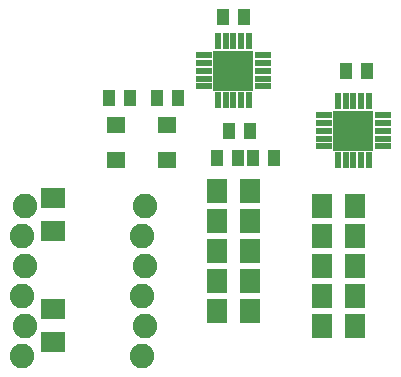
<source format=gts>
G75*
G70*
%OFA0B0*%
%FSLAX24Y24*%
%IPPOS*%
%LPD*%
%AMOC8*
5,1,8,0,0,1.08239X$1,22.5*
%
%ADD10R,0.0220X0.0572*%
%ADD11R,0.0572X0.0220*%
%ADD12R,0.1320X0.1320*%
%ADD13R,0.0395X0.0552*%
%ADD14R,0.0789X0.0710*%
%ADD15R,0.0710X0.0789*%
%ADD16C,0.0820*%
%ADD17R,0.0631X0.0552*%
%ADD18R,0.0476X0.0476*%
D10*
X007540Y010159D03*
X007790Y010159D03*
X008050Y010159D03*
X008310Y010159D03*
X008560Y010159D03*
X008560Y012141D03*
X008310Y012141D03*
X008050Y012141D03*
X007790Y012141D03*
X007540Y012141D03*
X011540Y010141D03*
X011790Y010141D03*
X012050Y010141D03*
X012310Y010141D03*
X012560Y010141D03*
X012560Y008159D03*
X012310Y008159D03*
X012050Y008159D03*
X011790Y008159D03*
X011540Y008159D03*
D11*
X011059Y008640D03*
X011059Y008890D03*
X011059Y009150D03*
X011059Y009410D03*
X011059Y009660D03*
X013041Y009660D03*
X013041Y009410D03*
X013041Y009150D03*
X013041Y008890D03*
X013041Y008640D03*
X009041Y010640D03*
X009041Y010890D03*
X009041Y011150D03*
X009041Y011410D03*
X009041Y011660D03*
X007059Y011660D03*
X007059Y011410D03*
X007059Y011150D03*
X007059Y010890D03*
X007059Y010640D03*
D12*
X008050Y011150D03*
X012050Y009150D03*
D13*
X011796Y011150D03*
X012504Y011150D03*
X009404Y008250D03*
X008696Y008250D03*
X008204Y008250D03*
X007496Y008250D03*
X007896Y009150D03*
X008604Y009150D03*
X006204Y010250D03*
X005496Y010250D03*
X004604Y010250D03*
X003896Y010250D03*
X007696Y012950D03*
X008404Y012950D03*
D14*
X002050Y006901D03*
X002050Y005799D03*
X002050Y003201D03*
X002050Y002099D03*
D15*
X007499Y003150D03*
X007499Y004150D03*
X007499Y005150D03*
X007499Y006150D03*
X007499Y007150D03*
X008601Y007150D03*
X008601Y006150D03*
X008601Y005150D03*
X008601Y004150D03*
X008601Y003150D03*
X010999Y002650D03*
X010999Y003650D03*
X010999Y004650D03*
X010999Y005650D03*
X010999Y006650D03*
X012101Y006650D03*
X012101Y005650D03*
X012101Y004650D03*
X012101Y003650D03*
X012101Y002650D03*
D16*
X001000Y001650D03*
X001100Y002650D03*
X001000Y003650D03*
X001100Y004650D03*
X001000Y005650D03*
X001100Y006650D03*
X005000Y005650D03*
X005100Y004650D03*
X005000Y003650D03*
X005100Y002650D03*
X005000Y001650D03*
X005100Y006650D03*
D17*
X005850Y008159D03*
X005850Y009341D03*
X004150Y009341D03*
X004150Y008159D03*
D18*
X008050Y011150D03*
X012050Y009150D03*
M02*

</source>
